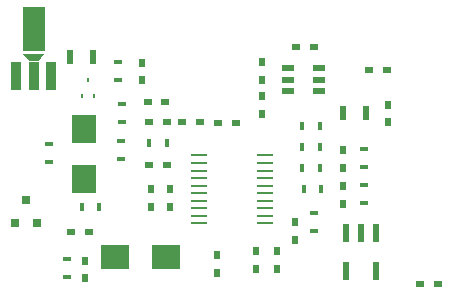
<source format=gbr>
G04 #@! TF.FileFunction,Paste,Top*
%FSLAX46Y46*%
G04 Gerber Fmt 4.6, Leading zero omitted, Abs format (unit mm)*
G04 Created by KiCad (PCBNEW 4.0.7) date Thursday, November 02, 2017 'PMt' 10:29:49 PM*
%MOMM*%
%LPD*%
G01*
G04 APERTURE LIST*
%ADD10C,0.100000*%
%ADD11R,0.347600X0.747600*%
%ADD12R,1.371600X0.227600*%
%ADD13R,0.547600X1.147600*%
%ADD14R,0.597600X0.647600*%
%ADD15R,0.848360X2.349500*%
%ADD16R,1.846580X3.848100*%
%ADD17R,0.247600X0.357600*%
%ADD18R,0.647600X0.597600*%
%ADD19R,0.747600X0.347600*%
%ADD20R,1.067600X0.497600*%
%ADD21R,0.609600X1.498600*%
%ADD22R,2.347600X2.147600*%
%ADD23R,2.147600X2.347600*%
%ADD24R,0.647600X0.747600*%
G04 APERTURE END LIST*
D10*
D11*
X155309000Y-100330000D03*
X153809000Y-100330000D03*
D12*
X145033000Y-101028500D03*
X150623000Y-101028500D03*
X145033000Y-101668500D03*
X150623000Y-101668500D03*
X145033000Y-102308500D03*
X150623000Y-102308500D03*
X145033000Y-102948500D03*
X150623000Y-102948500D03*
X145033000Y-103588500D03*
X150623000Y-103588500D03*
X145033000Y-104228500D03*
X150623000Y-104228500D03*
X145033000Y-104868500D03*
X150623000Y-104868500D03*
X145033000Y-105508500D03*
X150623000Y-105508500D03*
X145033000Y-106148500D03*
X150623000Y-106148500D03*
X145033000Y-106788500D03*
X150623000Y-106788500D03*
D13*
X136078000Y-92710000D03*
X134178000Y-92710000D03*
D14*
X140271500Y-94666500D03*
X140271500Y-93166500D03*
D15*
X129562860Y-94300040D03*
X131064000Y-94300040D03*
X132565140Y-94300040D03*
D16*
X131064000Y-90347800D03*
D10*
G36*
X131988560Y-92398850D02*
X131488180Y-92995750D01*
X130639820Y-92995750D01*
X130139440Y-92398850D01*
X131988560Y-92398850D01*
X131988560Y-92398850D01*
G37*
D17*
X135199500Y-95963500D03*
X136199500Y-95963500D03*
X135699500Y-94663500D03*
D18*
X142367000Y-101854000D03*
X140867000Y-101854000D03*
D14*
X157226000Y-102096000D03*
X157226000Y-100596000D03*
X140970000Y-103898000D03*
X140970000Y-105398000D03*
X142621000Y-103898000D03*
X142621000Y-105398000D03*
X157226000Y-105144000D03*
X157226000Y-103644000D03*
X153162000Y-106692000D03*
X153162000Y-108192000D03*
X151638000Y-109105000D03*
X151638000Y-110605000D03*
X146558000Y-109486000D03*
X146558000Y-110986000D03*
X149860000Y-109105000D03*
X149860000Y-110605000D03*
X150368000Y-97524000D03*
X150368000Y-96024000D03*
X150368000Y-94603000D03*
X150368000Y-93103000D03*
D18*
X160960500Y-93789500D03*
X159460500Y-93789500D03*
X153301000Y-91821000D03*
X154801000Y-91821000D03*
X142355000Y-98171000D03*
X140855000Y-98171000D03*
X140728000Y-96520000D03*
X142228000Y-96520000D03*
X148197000Y-98298000D03*
X146697000Y-98298000D03*
X143649000Y-98171000D03*
X145149000Y-98171000D03*
D19*
X138557000Y-96659000D03*
X138557000Y-98159000D03*
D11*
X140867000Y-99949000D03*
X142367000Y-99949000D03*
X153809000Y-98552000D03*
X155309000Y-98552000D03*
X153936000Y-103886000D03*
X155436000Y-103886000D03*
D19*
X154813000Y-105930000D03*
X154813000Y-107430000D03*
X159004000Y-100469000D03*
X159004000Y-101969000D03*
D11*
X155309000Y-102108000D03*
X153809000Y-102108000D03*
D19*
X159004000Y-103517000D03*
X159004000Y-105017000D03*
D13*
X157292000Y-97409000D03*
X159192000Y-97409000D03*
D19*
X138430000Y-99834000D03*
X138430000Y-101334000D03*
D20*
X155234000Y-95565000D03*
X155234000Y-94615000D03*
X155234000Y-93665000D03*
X152614000Y-93665000D03*
X152614000Y-94615000D03*
X152614000Y-95565000D03*
D21*
X160020000Y-110807500D03*
X160020000Y-107632500D03*
X158750000Y-107632500D03*
X157480000Y-110807500D03*
X157480000Y-107632500D03*
D19*
X138176000Y-94603000D03*
X138176000Y-93103000D03*
D18*
X134251000Y-107505500D03*
X135751000Y-107505500D03*
D22*
X142294500Y-109664500D03*
X137994500Y-109664500D03*
D23*
X135318500Y-103051500D03*
X135318500Y-98751500D03*
D24*
X129479000Y-106791000D03*
X131379000Y-106791000D03*
X130429000Y-104791000D03*
D19*
X133858000Y-111303500D03*
X133858000Y-109803500D03*
D18*
X163778500Y-111950500D03*
X165278500Y-111950500D03*
D14*
X161099500Y-98222500D03*
X161099500Y-96722500D03*
X135445500Y-111430500D03*
X135445500Y-109930500D03*
D19*
X132334000Y-101588000D03*
X132334000Y-100088000D03*
D11*
X136640000Y-105410000D03*
X135140000Y-105410000D03*
M02*

</source>
